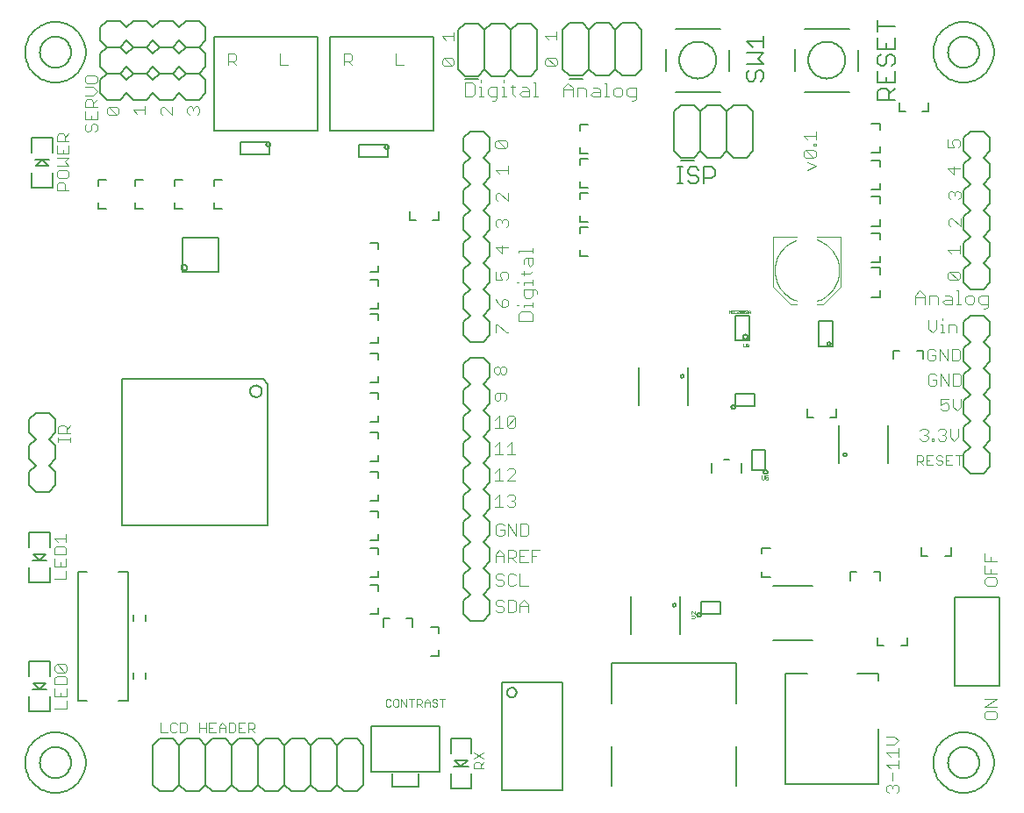
<source format=gto>
G75*
%MOIN*%
%OFA0B0*%
%FSLAX24Y24*%
%IPPOS*%
%LPD*%
%AMOC8*
5,1,8,0,0,1.08239X$1,22.5*
%
%ADD10C,0.0040*%
%ADD11C,0.0060*%
%ADD12C,0.0050*%
%ADD13C,0.0030*%
%ADD14C,0.0080*%
%ADD15C,0.0010*%
D10*
X001786Y004611D02*
X002247Y004611D01*
X002247Y004918D01*
X002247Y005072D02*
X002247Y005379D01*
X002247Y005532D02*
X001786Y005532D01*
X001786Y005762D01*
X001863Y005839D01*
X002170Y005839D01*
X002247Y005762D01*
X002247Y005532D01*
X002016Y005225D02*
X002016Y005072D01*
X001786Y005072D02*
X002247Y005072D01*
X001786Y005072D02*
X001786Y005379D01*
X001863Y005992D02*
X001786Y006069D01*
X001786Y006223D01*
X001863Y006299D01*
X002170Y005992D01*
X002247Y006069D01*
X002247Y006223D01*
X002170Y006299D01*
X001863Y006299D01*
X001863Y005992D02*
X002170Y005992D01*
X002227Y009551D02*
X001766Y009551D01*
X001766Y010012D02*
X002227Y010012D01*
X002227Y010319D01*
X002227Y010472D02*
X002227Y010702D01*
X002150Y010779D01*
X001843Y010779D01*
X001766Y010702D01*
X001766Y010472D01*
X002227Y010472D01*
X001996Y010165D02*
X001996Y010012D01*
X001766Y010012D02*
X001766Y010319D01*
X002227Y009858D02*
X002227Y009551D01*
X002227Y010932D02*
X002227Y011239D01*
X002227Y011086D02*
X001766Y011086D01*
X001920Y010932D01*
X001926Y014761D02*
X001926Y014915D01*
X001926Y014838D02*
X002387Y014838D01*
X002387Y014761D02*
X002387Y014915D01*
X002387Y015068D02*
X001926Y015068D01*
X001926Y015298D01*
X002003Y015375D01*
X002156Y015375D01*
X002233Y015298D01*
X002233Y015068D01*
X002233Y015222D02*
X002387Y015375D01*
X002327Y024321D02*
X001866Y024321D01*
X001866Y024551D01*
X001943Y024628D01*
X002096Y024628D01*
X002173Y024551D01*
X002173Y024321D01*
X002250Y024782D02*
X002327Y024858D01*
X002327Y025012D01*
X002250Y025089D01*
X001943Y025089D01*
X001866Y025012D01*
X001866Y024858D01*
X001943Y024782D01*
X002250Y024782D01*
X002327Y025242D02*
X001866Y025242D01*
X001866Y025549D02*
X002327Y025549D01*
X002173Y025396D01*
X002327Y025242D01*
X002327Y025702D02*
X002327Y026009D01*
X002327Y026163D02*
X001866Y026163D01*
X001866Y026393D01*
X001943Y026470D01*
X002096Y026470D01*
X002173Y026393D01*
X002173Y026163D01*
X002173Y026316D02*
X002327Y026470D01*
X002936Y026618D02*
X002936Y026771D01*
X003013Y026848D01*
X003166Y026771D02*
X003166Y026618D01*
X003090Y026541D01*
X003013Y026541D01*
X002936Y026618D01*
X003166Y026771D02*
X003243Y026848D01*
X003320Y026848D01*
X003397Y026771D01*
X003397Y026618D01*
X003320Y026541D01*
X003397Y027002D02*
X002936Y027002D01*
X002936Y027309D01*
X002936Y027462D02*
X002936Y027692D01*
X003013Y027769D01*
X003166Y027769D01*
X003243Y027692D01*
X003243Y027462D01*
X003243Y027616D02*
X003397Y027769D01*
X003243Y027922D02*
X003397Y028076D01*
X003243Y028229D01*
X002936Y028229D01*
X003013Y028383D02*
X003320Y028383D01*
X003397Y028460D01*
X003397Y028613D01*
X003320Y028690D01*
X003013Y028690D01*
X002936Y028613D01*
X002936Y028460D01*
X003013Y028383D01*
X002936Y027922D02*
X003243Y027922D01*
X003397Y027462D02*
X002936Y027462D01*
X003166Y027155D02*
X003166Y027002D01*
X003397Y027002D02*
X003397Y027309D01*
X003766Y027248D02*
X003766Y027401D01*
X003843Y027478D01*
X004150Y027171D01*
X004227Y027248D01*
X004227Y027401D01*
X004150Y027478D01*
X003843Y027478D01*
X003766Y027248D02*
X003843Y027171D01*
X004150Y027171D01*
X004766Y027374D02*
X004920Y027221D01*
X004766Y027374D02*
X005227Y027374D01*
X005227Y027221D02*
X005227Y027528D01*
X005796Y027411D02*
X005796Y027258D01*
X005873Y027181D01*
X005796Y027411D02*
X005873Y027488D01*
X005950Y027488D01*
X006257Y027181D01*
X006257Y027488D01*
X006826Y027421D02*
X006826Y027268D01*
X006903Y027191D01*
X007056Y027344D02*
X007056Y027421D01*
X007133Y027498D01*
X007210Y027498D01*
X007287Y027421D01*
X007287Y027268D01*
X007210Y027191D01*
X007056Y027421D02*
X006980Y027498D01*
X006903Y027498D01*
X006826Y027421D01*
X008376Y029062D02*
X008376Y029523D01*
X008606Y029523D01*
X008683Y029446D01*
X008683Y029293D01*
X008606Y029216D01*
X008376Y029216D01*
X008530Y029216D02*
X008683Y029062D01*
X010345Y029062D02*
X010652Y029062D01*
X010345Y029062D02*
X010345Y029523D01*
X012776Y029523D02*
X012776Y029062D01*
X012776Y029216D02*
X013006Y029216D01*
X013083Y029293D01*
X013083Y029446D01*
X013006Y029523D01*
X012776Y029523D01*
X012930Y029216D02*
X013083Y029062D01*
X014745Y029062D02*
X015052Y029062D01*
X014745Y029062D02*
X014745Y029523D01*
X016496Y029261D02*
X016496Y029108D01*
X016573Y029031D01*
X016880Y029031D01*
X016573Y029338D01*
X016880Y029338D01*
X016957Y029261D01*
X016957Y029108D01*
X016880Y029031D01*
X016573Y029338D02*
X016496Y029261D01*
X016650Y030021D02*
X016496Y030175D01*
X016957Y030175D01*
X016957Y030328D02*
X016957Y030021D01*
X017387Y028412D02*
X017647Y028412D01*
X017734Y028325D01*
X017734Y027978D01*
X017647Y027891D01*
X017387Y027891D01*
X017387Y028412D01*
X017902Y028238D02*
X017989Y028238D01*
X017989Y027891D01*
X017902Y027891D02*
X018076Y027891D01*
X018246Y027978D02*
X018333Y027891D01*
X018593Y027891D01*
X018593Y027805D02*
X018593Y028238D01*
X018333Y028238D01*
X018246Y028151D01*
X018246Y027978D01*
X018420Y027718D02*
X018506Y027718D01*
X018593Y027805D01*
X018762Y027891D02*
X018935Y027891D01*
X018848Y027891D02*
X018848Y028238D01*
X018762Y028238D01*
X018848Y028412D02*
X018848Y028498D01*
X019105Y028238D02*
X019279Y028238D01*
X019192Y028325D02*
X019192Y027978D01*
X019279Y027891D01*
X019449Y027978D02*
X019536Y028065D01*
X019796Y028065D01*
X019796Y028151D02*
X019796Y027891D01*
X019536Y027891D01*
X019449Y027978D01*
X019536Y028238D02*
X019709Y028238D01*
X019796Y028151D01*
X019965Y027891D02*
X020138Y027891D01*
X020052Y027891D02*
X020052Y028412D01*
X019965Y028412D01*
X020493Y029031D02*
X020416Y029108D01*
X020416Y029261D01*
X020493Y029338D01*
X020800Y029031D01*
X020877Y029108D01*
X020877Y029261D01*
X020800Y029338D01*
X020493Y029338D01*
X020493Y029031D02*
X020800Y029031D01*
X021290Y028392D02*
X021464Y028218D01*
X021464Y027871D01*
X021632Y027871D02*
X021632Y028218D01*
X021893Y028218D01*
X021979Y028131D01*
X021979Y027871D01*
X022148Y027958D02*
X022235Y028045D01*
X022495Y028045D01*
X022495Y028131D02*
X022495Y027871D01*
X022235Y027871D01*
X022148Y027958D01*
X022235Y028218D02*
X022408Y028218D01*
X022495Y028131D01*
X022664Y027871D02*
X022837Y027871D01*
X022750Y027871D02*
X022750Y028392D01*
X022664Y028392D01*
X023007Y028131D02*
X023007Y027958D01*
X023094Y027871D01*
X023268Y027871D01*
X023354Y027958D01*
X023354Y028131D01*
X023268Y028218D01*
X023094Y028218D01*
X023007Y028131D01*
X023523Y028131D02*
X023523Y027958D01*
X023610Y027871D01*
X023870Y027871D01*
X023870Y027785D02*
X023870Y028218D01*
X023610Y028218D01*
X023523Y028131D01*
X023696Y027698D02*
X023783Y027698D01*
X023870Y027785D01*
X021464Y028131D02*
X021117Y028131D01*
X021117Y028218D02*
X021290Y028392D01*
X021117Y028218D02*
X021117Y027871D01*
X018987Y026141D02*
X018987Y025988D01*
X018910Y025911D01*
X018603Y026218D01*
X018910Y026218D01*
X018987Y026141D01*
X018910Y025911D02*
X018603Y025911D01*
X018526Y025988D01*
X018526Y026141D01*
X018603Y026218D01*
X018997Y025238D02*
X018997Y024931D01*
X018997Y025085D02*
X018536Y025085D01*
X018690Y024931D01*
X018690Y024208D02*
X018613Y024208D01*
X018536Y024131D01*
X018536Y023978D01*
X018613Y023901D01*
X018690Y024208D02*
X018997Y023901D01*
X018997Y024208D01*
X018930Y023218D02*
X019007Y023141D01*
X019007Y022988D01*
X018930Y022911D01*
X018776Y023065D02*
X018776Y023141D01*
X018853Y023218D01*
X018930Y023218D01*
X018776Y023141D02*
X018700Y023218D01*
X018623Y023218D01*
X018546Y023141D01*
X018546Y022988D01*
X018623Y022911D01*
X018786Y022228D02*
X018786Y021921D01*
X018556Y022151D01*
X019017Y022151D01*
X019426Y022016D02*
X019947Y022016D01*
X019947Y021929D02*
X019947Y022103D01*
X019947Y021761D02*
X019686Y021761D01*
X019600Y021674D01*
X019600Y021501D01*
X019773Y021501D02*
X019773Y021761D01*
X019947Y021761D02*
X019947Y021501D01*
X019860Y021414D01*
X019773Y021501D01*
X019600Y021244D02*
X019600Y021070D01*
X019513Y021157D02*
X019860Y021157D01*
X019947Y021244D01*
X019947Y020900D02*
X019947Y020726D01*
X019947Y020813D02*
X019600Y020813D01*
X019600Y020726D01*
X019600Y020558D02*
X019600Y020297D01*
X019686Y020211D01*
X019860Y020211D01*
X019947Y020297D01*
X019947Y020558D01*
X020033Y020558D02*
X019600Y020558D01*
X019426Y020813D02*
X019339Y020813D01*
X019017Y020988D02*
X018940Y020911D01*
X019017Y020988D02*
X019017Y021141D01*
X018940Y021218D01*
X018786Y021218D01*
X018710Y021141D01*
X018710Y021065D01*
X018786Y020911D01*
X018556Y020911D01*
X018556Y021218D01*
X018536Y020188D02*
X018613Y020035D01*
X018766Y019881D01*
X018766Y020111D01*
X018843Y020188D01*
X018920Y020188D01*
X018997Y020111D01*
X018997Y019958D01*
X018920Y019881D01*
X018766Y019881D01*
X019339Y019954D02*
X019426Y019954D01*
X019600Y019954D02*
X019947Y019954D01*
X019947Y020040D02*
X019947Y019867D01*
X019860Y019698D02*
X019513Y019698D01*
X019426Y019611D01*
X019426Y019351D01*
X019947Y019351D01*
X019947Y019611D01*
X019860Y019698D01*
X019600Y019867D02*
X019600Y019954D01*
X020120Y020384D02*
X020120Y020471D01*
X020033Y020558D01*
X018623Y019228D02*
X018546Y019228D01*
X018546Y018921D01*
X018623Y019228D02*
X018930Y018921D01*
X019007Y018921D01*
X018870Y017628D02*
X018947Y017551D01*
X018947Y017398D01*
X018870Y017321D01*
X018793Y017321D01*
X018716Y017398D01*
X018716Y017551D01*
X018793Y017628D01*
X018870Y017628D01*
X018716Y017551D02*
X018640Y017628D01*
X018563Y017628D01*
X018486Y017551D01*
X018486Y017398D01*
X018563Y017321D01*
X018640Y017321D01*
X018716Y017398D01*
X018726Y016618D02*
X018726Y016388D01*
X018650Y016311D01*
X018573Y016311D01*
X018496Y016388D01*
X018496Y016541D01*
X018573Y016618D01*
X018880Y016618D01*
X018957Y016541D01*
X018957Y016388D01*
X018880Y016311D01*
X019053Y015742D02*
X018976Y015665D01*
X018976Y015358D01*
X019283Y015665D01*
X019283Y015358D01*
X019206Y015281D01*
X019053Y015281D01*
X018976Y015358D01*
X018823Y015281D02*
X018516Y015281D01*
X018669Y015281D02*
X018669Y015742D01*
X018516Y015588D01*
X019053Y015742D02*
X019206Y015742D01*
X019283Y015665D01*
X019130Y014742D02*
X019130Y014281D01*
X019283Y014281D02*
X018976Y014281D01*
X018823Y014281D02*
X018516Y014281D01*
X018669Y014281D02*
X018669Y014742D01*
X018516Y014588D01*
X018976Y014588D02*
X019130Y014742D01*
X019206Y013742D02*
X019053Y013742D01*
X018976Y013665D01*
X019206Y013742D02*
X019283Y013665D01*
X019283Y013588D01*
X018976Y013281D01*
X019283Y013281D01*
X018823Y013281D02*
X018516Y013281D01*
X018669Y013281D02*
X018669Y013742D01*
X018516Y013588D01*
X018669Y012742D02*
X018669Y012281D01*
X018516Y012281D02*
X018823Y012281D01*
X018976Y012358D02*
X019053Y012281D01*
X019206Y012281D01*
X019283Y012358D01*
X019283Y012435D01*
X019206Y012511D01*
X019130Y012511D01*
X019206Y012511D02*
X019283Y012588D01*
X019283Y012665D01*
X019206Y012742D01*
X019053Y012742D01*
X018976Y012665D01*
X018669Y012742D02*
X018516Y012588D01*
X018632Y011642D02*
X018555Y011565D01*
X018555Y011258D01*
X018632Y011181D01*
X018786Y011181D01*
X018862Y011258D01*
X018862Y011411D01*
X018709Y011411D01*
X018862Y011565D02*
X018786Y011642D01*
X018632Y011642D01*
X019016Y011642D02*
X019323Y011181D01*
X019323Y011642D01*
X019476Y011642D02*
X019476Y011181D01*
X019706Y011181D01*
X019783Y011258D01*
X019783Y011565D01*
X019706Y011642D01*
X019476Y011642D01*
X019016Y011642D02*
X019016Y011181D01*
X018997Y010642D02*
X019227Y010642D01*
X019304Y010565D01*
X019304Y010411D01*
X019227Y010335D01*
X018997Y010335D01*
X019151Y010335D02*
X019304Y010181D01*
X019457Y010181D02*
X019457Y010642D01*
X019764Y010642D01*
X019918Y010642D02*
X020225Y010642D01*
X020071Y010411D02*
X019918Y010411D01*
X019918Y010181D02*
X019918Y010642D01*
X019611Y010411D02*
X019457Y010411D01*
X019457Y010181D02*
X019764Y010181D01*
X019457Y009742D02*
X019457Y009281D01*
X019764Y009281D01*
X019304Y009358D02*
X019227Y009281D01*
X019074Y009281D01*
X018997Y009358D01*
X018997Y009665D01*
X019074Y009742D01*
X019227Y009742D01*
X019304Y009665D01*
X018844Y009665D02*
X018767Y009742D01*
X018613Y009742D01*
X018537Y009665D01*
X018537Y009588D01*
X018613Y009511D01*
X018767Y009511D01*
X018844Y009435D01*
X018844Y009358D01*
X018767Y009281D01*
X018613Y009281D01*
X018537Y009358D01*
X018613Y008742D02*
X018537Y008665D01*
X018537Y008588D01*
X018613Y008511D01*
X018767Y008511D01*
X018844Y008435D01*
X018844Y008358D01*
X018767Y008281D01*
X018613Y008281D01*
X018537Y008358D01*
X018613Y008742D02*
X018767Y008742D01*
X018844Y008665D01*
X018997Y008742D02*
X019227Y008742D01*
X019304Y008665D01*
X019304Y008358D01*
X019227Y008281D01*
X018997Y008281D01*
X018997Y008742D01*
X019457Y008588D02*
X019457Y008281D01*
X019457Y008511D02*
X019764Y008511D01*
X019764Y008588D02*
X019764Y008281D01*
X019764Y008588D02*
X019611Y008742D01*
X019457Y008588D01*
X018997Y010181D02*
X018997Y010642D01*
X018844Y010488D02*
X018844Y010181D01*
X018844Y010411D02*
X018537Y010411D01*
X018537Y010488D02*
X018537Y010181D01*
X018537Y010488D02*
X018690Y010642D01*
X018844Y010488D01*
X029087Y020661D02*
X029756Y019992D01*
X029993Y019992D01*
X030741Y019992D02*
X030977Y019992D01*
X031646Y020661D01*
X031646Y022551D01*
X030741Y022551D01*
X029993Y022551D02*
X029087Y022551D01*
X029087Y020661D01*
X030741Y020110D02*
X030805Y020132D01*
X030868Y020159D01*
X030930Y020189D01*
X030989Y020222D01*
X031047Y020258D01*
X031103Y020298D01*
X031156Y020341D01*
X031207Y020386D01*
X031255Y020434D01*
X031300Y020485D01*
X031343Y020539D01*
X031382Y020595D01*
X031419Y020652D01*
X031452Y020712D01*
X031481Y020774D01*
X031507Y020837D01*
X031530Y020901D01*
X031549Y020967D01*
X031564Y021034D01*
X031575Y021101D01*
X031583Y021169D01*
X031587Y021237D01*
X031587Y021305D01*
X031583Y021373D01*
X031575Y021441D01*
X031564Y021508D01*
X031549Y021575D01*
X031530Y021641D01*
X031507Y021705D01*
X031481Y021768D01*
X031452Y021830D01*
X031419Y021890D01*
X031382Y021947D01*
X031343Y022003D01*
X031300Y022057D01*
X031255Y022108D01*
X031207Y022156D01*
X031156Y022201D01*
X031103Y022244D01*
X031047Y022284D01*
X030989Y022320D01*
X030930Y022353D01*
X030868Y022383D01*
X030805Y022410D01*
X030741Y022432D01*
X029993Y022432D02*
X029929Y022410D01*
X029866Y022383D01*
X029804Y022353D01*
X029745Y022320D01*
X029687Y022284D01*
X029631Y022244D01*
X029578Y022201D01*
X029527Y022156D01*
X029479Y022108D01*
X029434Y022057D01*
X029391Y022003D01*
X029352Y021947D01*
X029315Y021890D01*
X029282Y021830D01*
X029253Y021768D01*
X029227Y021705D01*
X029204Y021641D01*
X029185Y021575D01*
X029170Y021508D01*
X029159Y021441D01*
X029151Y021373D01*
X029147Y021305D01*
X029147Y021237D01*
X029151Y021169D01*
X029159Y021101D01*
X029170Y021034D01*
X029185Y020967D01*
X029204Y020901D01*
X029227Y020837D01*
X029253Y020774D01*
X029282Y020712D01*
X029315Y020652D01*
X029352Y020595D01*
X029391Y020539D01*
X029434Y020485D01*
X029479Y020434D01*
X029527Y020386D01*
X029578Y020341D01*
X029631Y020298D01*
X029687Y020258D01*
X029745Y020222D01*
X029804Y020189D01*
X029866Y020159D01*
X029929Y020132D01*
X029993Y020110D01*
X034485Y019981D02*
X034485Y020328D01*
X034658Y020502D01*
X034832Y020328D01*
X034832Y019981D01*
X035000Y019981D02*
X035000Y020328D01*
X035261Y020328D01*
X035347Y020241D01*
X035347Y019981D01*
X035516Y020068D02*
X035603Y019981D01*
X035863Y019981D01*
X035863Y020241D01*
X035776Y020328D01*
X035603Y020328D01*
X035603Y020155D02*
X035863Y020155D01*
X036032Y019981D02*
X036205Y019981D01*
X036118Y019981D02*
X036118Y020502D01*
X036032Y020502D01*
X036100Y020901D02*
X035793Y020901D01*
X035716Y020978D01*
X035716Y021131D01*
X035793Y021208D01*
X036100Y020901D01*
X036177Y020978D01*
X036177Y021131D01*
X036100Y021208D01*
X035793Y021208D01*
X035860Y021901D02*
X035706Y022055D01*
X036167Y022055D01*
X036167Y022208D02*
X036167Y021901D01*
X036197Y022951D02*
X035890Y023258D01*
X035813Y023258D01*
X035736Y023181D01*
X035736Y023028D01*
X035813Y022951D01*
X036197Y022951D02*
X036197Y023258D01*
X036120Y023971D02*
X036197Y024048D01*
X036197Y024201D01*
X036120Y024278D01*
X036043Y024278D01*
X035966Y024201D01*
X035966Y024125D01*
X035966Y024201D02*
X035890Y024278D01*
X035813Y024278D01*
X035736Y024201D01*
X035736Y024048D01*
X035813Y023971D01*
X035936Y024911D02*
X035936Y025218D01*
X035706Y025141D02*
X035936Y024911D01*
X036167Y025141D02*
X035706Y025141D01*
X035726Y025951D02*
X035956Y025951D01*
X035880Y026105D01*
X035880Y026181D01*
X035956Y026258D01*
X036110Y026258D01*
X036187Y026181D01*
X036187Y026028D01*
X036110Y025951D01*
X035726Y025951D02*
X035726Y026258D01*
X030697Y026232D02*
X030697Y026539D01*
X030697Y026386D02*
X030236Y026386D01*
X030390Y026232D01*
X030620Y026079D02*
X030620Y026002D01*
X030697Y026002D01*
X030697Y026079D01*
X030620Y026079D01*
X030620Y025849D02*
X030313Y025849D01*
X030620Y025542D01*
X030697Y025618D01*
X030697Y025772D01*
X030620Y025849D01*
X030313Y025849D02*
X030236Y025772D01*
X030236Y025618D01*
X030313Y025542D01*
X030620Y025542D01*
X030390Y025388D02*
X030697Y025235D01*
X030390Y025081D01*
X034485Y020241D02*
X034832Y020241D01*
X035516Y020068D02*
X035603Y020155D01*
X035516Y019438D02*
X035516Y019362D01*
X035516Y019208D02*
X035516Y018901D01*
X035439Y018901D02*
X035593Y018901D01*
X035746Y018901D02*
X035746Y019208D01*
X035976Y019208D01*
X036053Y019131D01*
X036053Y018901D01*
X035516Y019208D02*
X035439Y019208D01*
X035286Y019055D02*
X035132Y018901D01*
X034979Y019055D01*
X034979Y019362D01*
X035286Y019362D02*
X035286Y019055D01*
X035177Y018292D02*
X035023Y018292D01*
X034947Y018215D01*
X034947Y017908D01*
X035023Y017831D01*
X035177Y017831D01*
X035254Y017908D01*
X035254Y018061D01*
X035100Y018061D01*
X035254Y018215D02*
X035177Y018292D01*
X035407Y018292D02*
X035714Y017831D01*
X035714Y018292D01*
X035867Y018292D02*
X035867Y017831D01*
X036098Y017831D01*
X036174Y017908D01*
X036174Y018215D01*
X036098Y018292D01*
X035867Y018292D01*
X035407Y018292D02*
X035407Y017831D01*
X035437Y017342D02*
X035744Y016881D01*
X035744Y017342D01*
X035897Y017342D02*
X036128Y017342D01*
X036204Y017265D01*
X036204Y016958D01*
X036128Y016881D01*
X035897Y016881D01*
X035897Y017342D01*
X035437Y017342D02*
X035437Y016881D01*
X035284Y016958D02*
X035284Y017111D01*
X035130Y017111D01*
X034977Y016958D02*
X035053Y016881D01*
X035207Y016881D01*
X035284Y016958D01*
X035284Y017265D02*
X035207Y017342D01*
X035053Y017342D01*
X034977Y017265D01*
X034977Y016958D01*
X035447Y016392D02*
X035447Y016161D01*
X035600Y016238D01*
X035677Y016238D01*
X035754Y016161D01*
X035754Y016008D01*
X035677Y015931D01*
X035523Y015931D01*
X035447Y016008D01*
X035447Y016392D02*
X035754Y016392D01*
X035907Y016392D02*
X035907Y016085D01*
X036061Y015931D01*
X036214Y016085D01*
X036214Y016392D01*
X036113Y015252D02*
X036113Y014945D01*
X035960Y014791D01*
X035806Y014945D01*
X035806Y015252D01*
X035653Y015175D02*
X035653Y015098D01*
X035576Y015021D01*
X035653Y014945D01*
X035653Y014868D01*
X035576Y014791D01*
X035423Y014791D01*
X035346Y014868D01*
X035192Y014868D02*
X035192Y014791D01*
X035116Y014791D01*
X035116Y014868D01*
X035192Y014868D01*
X034962Y014868D02*
X034885Y014791D01*
X034732Y014791D01*
X034655Y014868D01*
X034809Y015021D02*
X034885Y015021D01*
X034962Y014945D01*
X034962Y014868D01*
X034885Y015021D02*
X034962Y015098D01*
X034962Y015175D01*
X034885Y015252D01*
X034732Y015252D01*
X034655Y015175D01*
X035346Y015175D02*
X035423Y015252D01*
X035576Y015252D01*
X035653Y015175D01*
X035576Y015021D02*
X035499Y015021D01*
X037126Y010518D02*
X037126Y010211D01*
X037587Y010211D01*
X037356Y010211D02*
X037356Y010364D01*
X037126Y010057D02*
X037126Y009750D01*
X037587Y009750D01*
X037510Y009597D02*
X037203Y009597D01*
X037126Y009520D01*
X037126Y009367D01*
X037203Y009290D01*
X037510Y009290D01*
X037587Y009367D01*
X037587Y009520D01*
X037510Y009597D01*
X037356Y009750D02*
X037356Y009904D01*
X037577Y004979D02*
X037116Y004979D01*
X037116Y004672D02*
X037577Y004979D01*
X037577Y004672D02*
X037116Y004672D01*
X037193Y004518D02*
X037116Y004441D01*
X037116Y004288D01*
X037193Y004211D01*
X037500Y004211D01*
X037577Y004288D01*
X037577Y004441D01*
X037500Y004518D01*
X037193Y004518D01*
X033847Y003406D02*
X033693Y003560D01*
X033386Y003560D01*
X033386Y003253D02*
X033693Y003253D01*
X033847Y003406D01*
X033847Y003099D02*
X033847Y002792D01*
X033847Y002639D02*
X033847Y002332D01*
X033847Y002486D02*
X033386Y002486D01*
X033540Y002332D01*
X033616Y002179D02*
X033616Y001872D01*
X033540Y001718D02*
X033616Y001641D01*
X033693Y001718D01*
X033770Y001718D01*
X033847Y001641D01*
X033847Y001488D01*
X033770Y001411D01*
X033616Y001565D02*
X033616Y001641D01*
X033540Y001718D02*
X033463Y001718D01*
X033386Y001641D01*
X033386Y001488D01*
X033463Y001411D01*
X033540Y002792D02*
X033386Y002946D01*
X033847Y002946D01*
X037065Y019808D02*
X037151Y019808D01*
X037238Y019895D01*
X037238Y020328D01*
X036978Y020328D01*
X036891Y020241D01*
X036891Y020068D01*
X036978Y019981D01*
X037238Y019981D01*
X036722Y020068D02*
X036636Y019981D01*
X036462Y019981D01*
X036375Y020068D01*
X036375Y020241D01*
X036462Y020328D01*
X036636Y020328D01*
X036722Y020241D01*
X036722Y020068D01*
X020857Y030031D02*
X020857Y030338D01*
X020857Y030185D02*
X020396Y030185D01*
X020550Y030031D01*
X017989Y028498D02*
X017989Y028412D01*
X019426Y022016D02*
X019426Y021929D01*
X002327Y025702D02*
X001866Y025702D01*
X001866Y026009D01*
X002096Y025856D02*
X002096Y025702D01*
D11*
X000667Y029561D02*
X000669Y029628D01*
X000675Y029696D01*
X000685Y029763D01*
X000699Y029829D01*
X000716Y029894D01*
X000738Y029958D01*
X000763Y030021D01*
X000792Y030082D01*
X000824Y030141D01*
X000860Y030198D01*
X000899Y030253D01*
X000941Y030306D01*
X000986Y030356D01*
X001034Y030403D01*
X001085Y030448D01*
X001138Y030489D01*
X001194Y030528D01*
X001252Y030563D01*
X001312Y030594D01*
X001373Y030622D01*
X001436Y030646D01*
X001500Y030667D01*
X001566Y030683D01*
X001632Y030696D01*
X001699Y030705D01*
X001766Y030710D01*
X001834Y030711D01*
X001901Y030708D01*
X001968Y030701D01*
X002035Y030690D01*
X002101Y030675D01*
X002166Y030657D01*
X002230Y030634D01*
X002292Y030608D01*
X002353Y030579D01*
X002411Y030545D01*
X002468Y030509D01*
X002523Y030469D01*
X002575Y030426D01*
X002624Y030380D01*
X002671Y030331D01*
X002715Y030280D01*
X002755Y030226D01*
X002793Y030170D01*
X002827Y030111D01*
X002857Y030051D01*
X002884Y029989D01*
X002908Y029926D01*
X002927Y029861D01*
X002943Y029796D01*
X002955Y029729D01*
X002963Y029662D01*
X002967Y029595D01*
X002967Y029527D01*
X002963Y029460D01*
X002955Y029393D01*
X002943Y029326D01*
X002927Y029261D01*
X002908Y029196D01*
X002884Y029133D01*
X002857Y029071D01*
X002827Y029011D01*
X002793Y028952D01*
X002755Y028896D01*
X002715Y028842D01*
X002671Y028791D01*
X002624Y028742D01*
X002575Y028696D01*
X002523Y028653D01*
X002468Y028613D01*
X002411Y028577D01*
X002353Y028543D01*
X002292Y028514D01*
X002230Y028488D01*
X002166Y028465D01*
X002101Y028447D01*
X002035Y028432D01*
X001968Y028421D01*
X001901Y028414D01*
X001834Y028411D01*
X001766Y028412D01*
X001699Y028417D01*
X001632Y028426D01*
X001566Y028439D01*
X001500Y028455D01*
X001436Y028476D01*
X001373Y028500D01*
X001312Y028528D01*
X001252Y028559D01*
X001194Y028594D01*
X001138Y028633D01*
X001085Y028674D01*
X001034Y028719D01*
X000986Y028766D01*
X000941Y028816D01*
X000899Y028869D01*
X000860Y028924D01*
X000824Y028981D01*
X000792Y029040D01*
X000763Y029101D01*
X000738Y029164D01*
X000716Y029228D01*
X000699Y029293D01*
X000685Y029359D01*
X000675Y029426D01*
X000669Y029494D01*
X000667Y029561D01*
X004347Y017131D02*
X009717Y017131D01*
X009887Y016961D01*
X009887Y011591D01*
X004347Y011591D01*
X004347Y017131D01*
X009212Y016676D02*
X009214Y016705D01*
X009220Y016734D01*
X009229Y016762D01*
X009243Y016788D01*
X009259Y016812D01*
X009279Y016834D01*
X009302Y016853D01*
X009326Y016869D01*
X009353Y016881D01*
X009381Y016890D01*
X009410Y016895D01*
X009439Y016896D01*
X009469Y016893D01*
X009497Y016886D01*
X009525Y016876D01*
X009550Y016861D01*
X009574Y016844D01*
X009595Y016824D01*
X009613Y016801D01*
X009628Y016775D01*
X009640Y016748D01*
X009648Y016720D01*
X009652Y016691D01*
X009652Y016661D01*
X009648Y016632D01*
X009640Y016604D01*
X009628Y016577D01*
X009613Y016551D01*
X009595Y016528D01*
X009574Y016508D01*
X009550Y016491D01*
X009525Y016476D01*
X009497Y016466D01*
X009469Y016459D01*
X009439Y016456D01*
X009410Y016457D01*
X009381Y016462D01*
X009353Y016471D01*
X009326Y016483D01*
X009302Y016499D01*
X009279Y016518D01*
X009259Y016540D01*
X009243Y016564D01*
X009229Y016590D01*
X009220Y016618D01*
X009214Y016647D01*
X009212Y016676D01*
X005253Y008179D02*
X005253Y007943D01*
X004780Y007943D02*
X004780Y008179D01*
X004780Y005979D02*
X004780Y005743D01*
X005253Y005743D02*
X005253Y005979D01*
X005771Y003475D02*
X005521Y003225D01*
X005521Y001725D01*
X005771Y001475D01*
X006271Y001475D01*
X006521Y001725D01*
X006521Y003225D01*
X006771Y003475D01*
X007271Y003475D01*
X007521Y003225D01*
X007521Y001725D01*
X007271Y001475D01*
X006771Y001475D01*
X006521Y001725D01*
X007521Y001725D02*
X007771Y001475D01*
X008271Y001475D01*
X008521Y001725D01*
X008521Y003225D01*
X008271Y003475D01*
X007771Y003475D01*
X007521Y003225D01*
X006521Y003225D02*
X006271Y003475D01*
X005771Y003475D01*
X008521Y003225D02*
X008771Y003475D01*
X009271Y003475D01*
X009521Y003225D01*
X009521Y001725D01*
X009271Y001475D01*
X008771Y001475D01*
X008521Y001725D01*
X009521Y001725D02*
X009771Y001475D01*
X010271Y001475D01*
X010521Y001725D01*
X010521Y003225D01*
X010271Y003475D01*
X009771Y003475D01*
X009521Y003225D01*
X010521Y003225D02*
X010771Y003475D01*
X011271Y003475D01*
X011521Y003225D01*
X011521Y001725D01*
X011271Y001475D01*
X010771Y001475D01*
X010521Y001725D01*
X011521Y001725D02*
X011771Y001475D01*
X012271Y001475D01*
X012521Y001725D01*
X012521Y003225D01*
X012271Y003475D01*
X011771Y003475D01*
X011521Y003225D01*
X012521Y003225D02*
X012771Y003475D01*
X013271Y003475D01*
X013521Y003225D01*
X013521Y001725D01*
X013271Y001475D01*
X012771Y001475D01*
X012521Y001725D01*
X018765Y001514D02*
X018765Y005609D01*
X021068Y005609D01*
X021068Y001514D01*
X018765Y001514D01*
X018968Y005225D02*
X018970Y005251D01*
X018976Y005277D01*
X018985Y005302D01*
X018998Y005325D01*
X019014Y005346D01*
X019033Y005364D01*
X019055Y005380D01*
X019078Y005392D01*
X019103Y005400D01*
X019129Y005405D01*
X019156Y005406D01*
X019182Y005403D01*
X019207Y005396D01*
X019232Y005386D01*
X019254Y005372D01*
X019275Y005355D01*
X019292Y005336D01*
X019307Y005314D01*
X019318Y005290D01*
X019326Y005264D01*
X019330Y005238D01*
X019330Y005212D01*
X019326Y005186D01*
X019318Y005160D01*
X019307Y005136D01*
X019292Y005114D01*
X019275Y005095D01*
X019254Y005078D01*
X019232Y005064D01*
X019207Y005054D01*
X019182Y005047D01*
X019156Y005044D01*
X019129Y005045D01*
X019103Y005050D01*
X019078Y005058D01*
X019055Y005070D01*
X019033Y005086D01*
X019014Y005104D01*
X018998Y005125D01*
X018985Y005148D01*
X018976Y005173D01*
X018970Y005199D01*
X018968Y005225D01*
X023687Y007451D02*
X023687Y008871D01*
X025547Y008871D02*
X025547Y007451D01*
X028657Y009601D02*
X028657Y009821D01*
X028657Y009601D02*
X028977Y009601D01*
X028657Y010501D02*
X028657Y010721D01*
X028977Y010721D01*
X032027Y009811D02*
X032027Y009491D01*
X032027Y009811D02*
X032247Y009811D01*
X032927Y009811D02*
X033147Y009811D01*
X033147Y009491D01*
X034717Y010421D02*
X034717Y010741D01*
X034717Y010421D02*
X034937Y010421D01*
X035617Y010421D02*
X035837Y010421D01*
X035837Y010741D01*
X034177Y007321D02*
X034177Y007001D01*
X033957Y007001D01*
X033277Y007001D02*
X033057Y007001D01*
X033057Y007321D01*
X035167Y002561D02*
X035169Y002628D01*
X035175Y002696D01*
X035185Y002763D01*
X035199Y002829D01*
X035216Y002894D01*
X035238Y002958D01*
X035263Y003021D01*
X035292Y003082D01*
X035324Y003141D01*
X035360Y003198D01*
X035399Y003253D01*
X035441Y003306D01*
X035486Y003356D01*
X035534Y003403D01*
X035585Y003448D01*
X035638Y003489D01*
X035694Y003528D01*
X035752Y003563D01*
X035812Y003594D01*
X035873Y003622D01*
X035936Y003646D01*
X036000Y003667D01*
X036066Y003683D01*
X036132Y003696D01*
X036199Y003705D01*
X036266Y003710D01*
X036334Y003711D01*
X036401Y003708D01*
X036468Y003701D01*
X036535Y003690D01*
X036601Y003675D01*
X036666Y003657D01*
X036730Y003634D01*
X036792Y003608D01*
X036853Y003579D01*
X036911Y003545D01*
X036968Y003509D01*
X037023Y003469D01*
X037075Y003426D01*
X037124Y003380D01*
X037171Y003331D01*
X037215Y003280D01*
X037255Y003226D01*
X037293Y003170D01*
X037327Y003111D01*
X037357Y003051D01*
X037384Y002989D01*
X037408Y002926D01*
X037427Y002861D01*
X037443Y002796D01*
X037455Y002729D01*
X037463Y002662D01*
X037467Y002595D01*
X037467Y002527D01*
X037463Y002460D01*
X037455Y002393D01*
X037443Y002326D01*
X037427Y002261D01*
X037408Y002196D01*
X037384Y002133D01*
X037357Y002071D01*
X037327Y002011D01*
X037293Y001952D01*
X037255Y001896D01*
X037215Y001842D01*
X037171Y001791D01*
X037124Y001742D01*
X037075Y001696D01*
X037023Y001653D01*
X036968Y001613D01*
X036911Y001577D01*
X036853Y001543D01*
X036792Y001514D01*
X036730Y001488D01*
X036666Y001465D01*
X036601Y001447D01*
X036535Y001432D01*
X036468Y001421D01*
X036401Y001414D01*
X036334Y001411D01*
X036266Y001412D01*
X036199Y001417D01*
X036132Y001426D01*
X036066Y001439D01*
X036000Y001455D01*
X035936Y001476D01*
X035873Y001500D01*
X035812Y001528D01*
X035752Y001559D01*
X035694Y001594D01*
X035638Y001633D01*
X035585Y001674D01*
X035534Y001719D01*
X035486Y001766D01*
X035441Y001816D01*
X035399Y001869D01*
X035360Y001924D01*
X035324Y001981D01*
X035292Y002040D01*
X035263Y002101D01*
X035238Y002164D01*
X035216Y002228D01*
X035199Y002293D01*
X035185Y002359D01*
X035175Y002426D01*
X035169Y002494D01*
X035167Y002561D01*
X033447Y013951D02*
X033447Y015371D01*
X031587Y015371D02*
X031587Y013951D01*
X033657Y017901D02*
X033657Y018221D01*
X033877Y018221D01*
X034557Y018221D02*
X034777Y018221D01*
X034777Y017901D01*
X025847Y017571D02*
X025847Y016151D01*
X023987Y016151D02*
X023987Y017571D01*
X033056Y027761D02*
X033056Y028082D01*
X033163Y028188D01*
X033376Y028188D01*
X033483Y028082D01*
X033483Y027761D01*
X033697Y027761D02*
X033056Y027761D01*
X033483Y027975D02*
X033697Y028188D01*
X033697Y028406D02*
X033697Y028833D01*
X033590Y029050D02*
X033697Y029157D01*
X033697Y029371D01*
X033590Y029477D01*
X033483Y029477D01*
X033376Y029371D01*
X033376Y029157D01*
X033270Y029050D01*
X033163Y029050D01*
X033056Y029157D01*
X033056Y029371D01*
X033163Y029477D01*
X033056Y029695D02*
X033697Y029695D01*
X033697Y030122D01*
X033376Y029908D02*
X033376Y029695D01*
X033056Y029695D02*
X033056Y030122D01*
X033056Y030339D02*
X033056Y030766D01*
X033056Y030553D02*
X033697Y030553D01*
X033056Y028833D02*
X033056Y028406D01*
X033697Y028406D01*
X033376Y028406D02*
X033376Y028619D01*
X035167Y029561D02*
X035169Y029628D01*
X035175Y029696D01*
X035185Y029763D01*
X035199Y029829D01*
X035216Y029894D01*
X035238Y029958D01*
X035263Y030021D01*
X035292Y030082D01*
X035324Y030141D01*
X035360Y030198D01*
X035399Y030253D01*
X035441Y030306D01*
X035486Y030356D01*
X035534Y030403D01*
X035585Y030448D01*
X035638Y030489D01*
X035694Y030528D01*
X035752Y030563D01*
X035812Y030594D01*
X035873Y030622D01*
X035936Y030646D01*
X036000Y030667D01*
X036066Y030683D01*
X036132Y030696D01*
X036199Y030705D01*
X036266Y030710D01*
X036334Y030711D01*
X036401Y030708D01*
X036468Y030701D01*
X036535Y030690D01*
X036601Y030675D01*
X036666Y030657D01*
X036730Y030634D01*
X036792Y030608D01*
X036853Y030579D01*
X036911Y030545D01*
X036968Y030509D01*
X037023Y030469D01*
X037075Y030426D01*
X037124Y030380D01*
X037171Y030331D01*
X037215Y030280D01*
X037255Y030226D01*
X037293Y030170D01*
X037327Y030111D01*
X037357Y030051D01*
X037384Y029989D01*
X037408Y029926D01*
X037427Y029861D01*
X037443Y029796D01*
X037455Y029729D01*
X037463Y029662D01*
X037467Y029595D01*
X037467Y029527D01*
X037463Y029460D01*
X037455Y029393D01*
X037443Y029326D01*
X037427Y029261D01*
X037408Y029196D01*
X037384Y029133D01*
X037357Y029071D01*
X037327Y029011D01*
X037293Y028952D01*
X037255Y028896D01*
X037215Y028842D01*
X037171Y028791D01*
X037124Y028742D01*
X037075Y028696D01*
X037023Y028653D01*
X036968Y028613D01*
X036911Y028577D01*
X036853Y028543D01*
X036792Y028514D01*
X036730Y028488D01*
X036666Y028465D01*
X036601Y028447D01*
X036535Y028432D01*
X036468Y028421D01*
X036401Y028414D01*
X036334Y028411D01*
X036266Y028412D01*
X036199Y028417D01*
X036132Y028426D01*
X036066Y028439D01*
X036000Y028455D01*
X035936Y028476D01*
X035873Y028500D01*
X035812Y028528D01*
X035752Y028559D01*
X035694Y028594D01*
X035638Y028633D01*
X035585Y028674D01*
X035534Y028719D01*
X035486Y028766D01*
X035441Y028816D01*
X035399Y028869D01*
X035360Y028924D01*
X035324Y028981D01*
X035292Y029040D01*
X035263Y029101D01*
X035238Y029164D01*
X035216Y029228D01*
X035199Y029293D01*
X035185Y029359D01*
X035175Y029426D01*
X035169Y029494D01*
X035167Y029561D01*
X028727Y029533D02*
X028513Y029319D01*
X028727Y029106D01*
X028086Y029106D01*
X028193Y028888D02*
X028086Y028782D01*
X028086Y028568D01*
X028193Y028461D01*
X028300Y028461D01*
X028406Y028568D01*
X028406Y028782D01*
X028513Y028888D01*
X028620Y028888D01*
X028727Y028782D01*
X028727Y028568D01*
X028620Y028461D01*
X028727Y029533D02*
X028086Y029533D01*
X028300Y029750D02*
X028086Y029964D01*
X028727Y029964D01*
X028727Y030177D02*
X028727Y029750D01*
X000667Y002561D02*
X000669Y002628D01*
X000675Y002696D01*
X000685Y002763D01*
X000699Y002829D01*
X000716Y002894D01*
X000738Y002958D01*
X000763Y003021D01*
X000792Y003082D01*
X000824Y003141D01*
X000860Y003198D01*
X000899Y003253D01*
X000941Y003306D01*
X000986Y003356D01*
X001034Y003403D01*
X001085Y003448D01*
X001138Y003489D01*
X001194Y003528D01*
X001252Y003563D01*
X001312Y003594D01*
X001373Y003622D01*
X001436Y003646D01*
X001500Y003667D01*
X001566Y003683D01*
X001632Y003696D01*
X001699Y003705D01*
X001766Y003710D01*
X001834Y003711D01*
X001901Y003708D01*
X001968Y003701D01*
X002035Y003690D01*
X002101Y003675D01*
X002166Y003657D01*
X002230Y003634D01*
X002292Y003608D01*
X002353Y003579D01*
X002411Y003545D01*
X002468Y003509D01*
X002523Y003469D01*
X002575Y003426D01*
X002624Y003380D01*
X002671Y003331D01*
X002715Y003280D01*
X002755Y003226D01*
X002793Y003170D01*
X002827Y003111D01*
X002857Y003051D01*
X002884Y002989D01*
X002908Y002926D01*
X002927Y002861D01*
X002943Y002796D01*
X002955Y002729D01*
X002963Y002662D01*
X002967Y002595D01*
X002967Y002527D01*
X002963Y002460D01*
X002955Y002393D01*
X002943Y002326D01*
X002927Y002261D01*
X002908Y002196D01*
X002884Y002133D01*
X002857Y002071D01*
X002827Y002011D01*
X002793Y001952D01*
X002755Y001896D01*
X002715Y001842D01*
X002671Y001791D01*
X002624Y001742D01*
X002575Y001696D01*
X002523Y001653D01*
X002468Y001613D01*
X002411Y001577D01*
X002353Y001543D01*
X002292Y001514D01*
X002230Y001488D01*
X002166Y001465D01*
X002101Y001447D01*
X002035Y001432D01*
X001968Y001421D01*
X001901Y001414D01*
X001834Y001411D01*
X001766Y001412D01*
X001699Y001417D01*
X001632Y001426D01*
X001566Y001439D01*
X001500Y001455D01*
X001436Y001476D01*
X001373Y001500D01*
X001312Y001528D01*
X001252Y001559D01*
X001194Y001594D01*
X001138Y001633D01*
X001085Y001674D01*
X001034Y001719D01*
X000986Y001766D01*
X000941Y001816D01*
X000899Y001869D01*
X000860Y001924D01*
X000824Y001981D01*
X000792Y002040D01*
X000763Y002101D01*
X000738Y002164D01*
X000716Y002228D01*
X000699Y002293D01*
X000685Y002359D01*
X000675Y002426D01*
X000669Y002494D01*
X000667Y002561D01*
D12*
X002672Y004920D02*
X003026Y004920D01*
X002672Y004920D02*
X002672Y009802D01*
X003026Y009802D01*
X004207Y009802D02*
X004562Y009802D01*
X004562Y004920D01*
X004207Y004920D01*
X013817Y003961D02*
X013817Y002201D01*
X016417Y002201D01*
X016417Y003961D01*
X013817Y003961D01*
X014617Y002161D02*
X014617Y001661D01*
X015617Y001661D01*
X015617Y002161D01*
X026187Y008182D02*
X026189Y008199D01*
X026195Y008215D01*
X026204Y008229D01*
X026216Y008241D01*
X026231Y008249D01*
X026247Y008254D01*
X026264Y008255D01*
X026281Y008252D01*
X026296Y008245D01*
X026310Y008235D01*
X026321Y008222D01*
X026329Y008207D01*
X026333Y008190D01*
X026333Y008174D01*
X026329Y008157D01*
X026321Y008142D01*
X026310Y008129D01*
X026297Y008119D01*
X026281Y008112D01*
X026264Y008109D01*
X026247Y008110D01*
X026231Y008115D01*
X026216Y008123D01*
X026204Y008135D01*
X026195Y008149D01*
X026189Y008165D01*
X026187Y008182D01*
X026351Y008209D02*
X027091Y008209D01*
X027091Y008690D01*
X026351Y008690D01*
X026351Y008213D01*
X028723Y013605D02*
X028725Y013622D01*
X028731Y013638D01*
X028740Y013652D01*
X028752Y013664D01*
X028767Y013672D01*
X028783Y013677D01*
X028800Y013678D01*
X028817Y013675D01*
X028832Y013668D01*
X028846Y013658D01*
X028857Y013645D01*
X028865Y013630D01*
X028869Y013613D01*
X028869Y013597D01*
X028865Y013580D01*
X028857Y013565D01*
X028846Y013552D01*
X028833Y013542D01*
X028817Y013535D01*
X028800Y013532D01*
X028783Y013533D01*
X028767Y013538D01*
X028752Y013546D01*
X028740Y013558D01*
X028731Y013572D01*
X028725Y013588D01*
X028723Y013605D01*
X028765Y013695D02*
X028288Y013695D01*
X028288Y014435D01*
X028769Y014435D01*
X028769Y013695D01*
X028391Y016109D02*
X027651Y016109D01*
X027651Y016113D02*
X027651Y016590D01*
X028391Y016590D01*
X028391Y016109D01*
X027487Y016082D02*
X027489Y016099D01*
X027495Y016115D01*
X027504Y016129D01*
X027516Y016141D01*
X027531Y016149D01*
X027547Y016154D01*
X027564Y016155D01*
X027581Y016152D01*
X027596Y016145D01*
X027610Y016135D01*
X027621Y016122D01*
X027629Y016107D01*
X027633Y016090D01*
X027633Y016074D01*
X027629Y016057D01*
X027621Y016042D01*
X027610Y016029D01*
X027597Y016019D01*
X027581Y016012D01*
X027564Y016009D01*
X027547Y016010D01*
X027531Y016015D01*
X027516Y016023D01*
X027504Y016035D01*
X027495Y016049D01*
X027489Y016065D01*
X027487Y016082D01*
X027646Y018615D02*
X027650Y018615D01*
X027654Y018615D01*
X028162Y018615D01*
X028162Y019544D01*
X027646Y019544D01*
X027646Y018615D01*
X027937Y018745D02*
X027939Y018763D01*
X027945Y018780D01*
X027954Y018796D01*
X027966Y018810D01*
X027980Y018820D01*
X027997Y018828D01*
X028015Y018832D01*
X028033Y018832D01*
X028051Y018828D01*
X028067Y018820D01*
X028082Y018810D01*
X028094Y018796D01*
X028103Y018780D01*
X028109Y018763D01*
X028111Y018745D01*
X028109Y018727D01*
X028103Y018710D01*
X028094Y018694D01*
X028082Y018680D01*
X028068Y018670D01*
X028051Y018662D01*
X028033Y018658D01*
X028015Y018658D01*
X027997Y018662D01*
X027981Y018670D01*
X027966Y018680D01*
X027954Y018694D01*
X027945Y018710D01*
X027939Y018727D01*
X027937Y018745D01*
X030809Y018365D02*
X031344Y018365D01*
X031344Y019330D01*
X030809Y019330D01*
X030809Y018365D01*
X031143Y018479D02*
X031145Y018494D01*
X031150Y018507D01*
X031159Y018519D01*
X031170Y018529D01*
X031184Y018535D01*
X031198Y018538D01*
X031213Y018537D01*
X031227Y018532D01*
X031240Y018524D01*
X031250Y018514D01*
X031257Y018501D01*
X031261Y018486D01*
X031261Y018472D01*
X031257Y018457D01*
X031250Y018444D01*
X031240Y018434D01*
X031227Y018426D01*
X031213Y018421D01*
X031198Y018420D01*
X031184Y018423D01*
X031170Y018429D01*
X031159Y018439D01*
X031150Y018451D01*
X031145Y018464D01*
X031143Y018479D01*
X026455Y024586D02*
X026455Y025197D01*
X026760Y025197D01*
X026862Y025095D01*
X026862Y024892D01*
X026760Y024790D01*
X026455Y024790D01*
X026254Y024790D02*
X026254Y024688D01*
X026152Y024586D01*
X025949Y024586D01*
X025847Y024688D01*
X025645Y024586D02*
X025442Y024586D01*
X025543Y024586D02*
X025543Y025197D01*
X025442Y025197D02*
X025645Y025197D01*
X025847Y025095D02*
X025847Y024993D01*
X025949Y024892D01*
X026152Y024892D01*
X026254Y024790D01*
X026254Y025095D02*
X026152Y025197D01*
X025949Y025197D01*
X025847Y025095D01*
X016169Y026590D02*
X012232Y026590D01*
X012232Y030133D01*
X016169Y030133D01*
X016169Y026590D01*
X014453Y026053D02*
X014453Y025577D01*
X013358Y025577D01*
X013358Y026053D01*
X014453Y026053D01*
X014324Y025959D02*
X014326Y025976D01*
X014332Y025993D01*
X014341Y026008D01*
X014353Y026020D01*
X014368Y026029D01*
X014385Y026035D01*
X014402Y026037D01*
X014419Y026035D01*
X014436Y026029D01*
X014451Y026020D01*
X014463Y026008D01*
X014472Y025993D01*
X014478Y025976D01*
X014480Y025959D01*
X014478Y025942D01*
X014472Y025925D01*
X014463Y025910D01*
X014451Y025898D01*
X014436Y025889D01*
X014419Y025883D01*
X014402Y025881D01*
X014385Y025883D01*
X014368Y025889D01*
X014353Y025898D01*
X014341Y025910D01*
X014332Y025925D01*
X014326Y025942D01*
X014324Y025959D01*
X011769Y026590D02*
X007832Y026590D01*
X007832Y030133D01*
X011769Y030133D01*
X011769Y026590D01*
X009953Y026153D02*
X009953Y025677D01*
X008858Y025677D01*
X008858Y026153D01*
X009953Y026153D01*
X009824Y026059D02*
X009826Y026076D01*
X009832Y026093D01*
X009841Y026108D01*
X009853Y026120D01*
X009868Y026129D01*
X009885Y026135D01*
X009902Y026137D01*
X009919Y026135D01*
X009936Y026129D01*
X009951Y026120D01*
X009963Y026108D01*
X009972Y026093D01*
X009978Y026076D01*
X009980Y026059D01*
X009978Y026042D01*
X009972Y026025D01*
X009963Y026010D01*
X009951Y025998D01*
X009936Y025989D01*
X009919Y025983D01*
X009902Y025981D01*
X009885Y025983D01*
X009868Y025989D01*
X009853Y025998D01*
X009841Y026010D01*
X009832Y026025D01*
X009826Y026042D01*
X009824Y026059D01*
X007994Y022519D02*
X006643Y022519D01*
X006643Y021196D01*
X007994Y021196D01*
X007994Y022519D01*
X006597Y021373D02*
X006599Y021394D01*
X006605Y021414D01*
X006614Y021432D01*
X006627Y021448D01*
X006643Y021462D01*
X006661Y021472D01*
X006680Y021479D01*
X006701Y021482D01*
X006722Y021481D01*
X006742Y021476D01*
X006760Y021467D01*
X006777Y021455D01*
X006792Y021440D01*
X006803Y021423D01*
X006811Y021404D01*
X006815Y021383D01*
X006815Y021363D01*
X006811Y021342D01*
X006803Y021323D01*
X006792Y021306D01*
X006777Y021291D01*
X006761Y021279D01*
X006742Y021270D01*
X006722Y021265D01*
X006701Y021264D01*
X006680Y021267D01*
X006661Y021274D01*
X006643Y021284D01*
X006627Y021298D01*
X006614Y021314D01*
X006605Y021332D01*
X006599Y021352D01*
X006597Y021373D01*
X035970Y008854D02*
X035970Y005468D01*
X037663Y005468D01*
X037663Y008854D01*
X035970Y008854D01*
D13*
X035883Y013876D02*
X035637Y013876D01*
X035637Y014247D01*
X035883Y014247D01*
X036005Y014247D02*
X036252Y014247D01*
X036128Y014247D02*
X036128Y013876D01*
X035760Y014061D02*
X035637Y014061D01*
X035515Y014000D02*
X035515Y013938D01*
X035453Y013876D01*
X035330Y013876D01*
X035268Y013938D01*
X035147Y013876D02*
X034900Y013876D01*
X034900Y014247D01*
X035147Y014247D01*
X035268Y014185D02*
X035268Y014123D01*
X035330Y014061D01*
X035453Y014061D01*
X035515Y014000D01*
X035515Y014185D02*
X035453Y014247D01*
X035330Y014247D01*
X035268Y014185D01*
X035023Y014061D02*
X034900Y014061D01*
X034779Y014061D02*
X034717Y014000D01*
X034532Y014000D01*
X034655Y014000D02*
X034779Y013876D01*
X034779Y014061D02*
X034779Y014185D01*
X034717Y014247D01*
X034532Y014247D01*
X034532Y013876D01*
X018092Y002951D02*
X017721Y002705D01*
X017783Y002583D02*
X017907Y002583D01*
X017968Y002521D01*
X017968Y002336D01*
X018092Y002336D02*
X017721Y002336D01*
X017721Y002521D01*
X017783Y002583D01*
X017968Y002460D02*
X018092Y002583D01*
X018092Y002705D02*
X017721Y002951D01*
X016521Y004686D02*
X016521Y004977D01*
X016424Y004977D02*
X016618Y004977D01*
X016323Y004928D02*
X016275Y004977D01*
X016178Y004977D01*
X016130Y004928D01*
X016130Y004880D01*
X016178Y004831D01*
X016275Y004831D01*
X016323Y004783D01*
X016323Y004735D01*
X016275Y004686D01*
X016178Y004686D01*
X016130Y004735D01*
X016028Y004686D02*
X016028Y004880D01*
X015932Y004977D01*
X015835Y004880D01*
X015835Y004686D01*
X015734Y004686D02*
X015637Y004783D01*
X015685Y004783D02*
X015540Y004783D01*
X015540Y004686D02*
X015540Y004977D01*
X015685Y004977D01*
X015734Y004928D01*
X015734Y004831D01*
X015685Y004783D01*
X015835Y004831D02*
X016028Y004831D01*
X015439Y004977D02*
X015246Y004977D01*
X015342Y004977D02*
X015342Y004686D01*
X015144Y004686D02*
X015144Y004977D01*
X014951Y004977D02*
X015144Y004686D01*
X014951Y004686D02*
X014951Y004977D01*
X014850Y004928D02*
X014801Y004977D01*
X014705Y004977D01*
X014656Y004928D01*
X014656Y004735D01*
X014705Y004686D01*
X014801Y004686D01*
X014850Y004735D01*
X014850Y004928D01*
X014555Y004928D02*
X014507Y004977D01*
X014410Y004977D01*
X014362Y004928D01*
X014362Y004735D01*
X014410Y004686D01*
X014507Y004686D01*
X014555Y004735D01*
X009380Y004015D02*
X009380Y003891D01*
X009319Y003830D01*
X009133Y003830D01*
X009133Y003706D02*
X009133Y004077D01*
X009319Y004077D01*
X009380Y004015D01*
X009257Y003830D02*
X009380Y003706D01*
X009012Y003706D02*
X008765Y003706D01*
X008765Y004077D01*
X009012Y004077D01*
X008888Y003891D02*
X008765Y003891D01*
X008644Y003768D02*
X008644Y004015D01*
X008582Y004077D01*
X008397Y004077D01*
X008397Y003706D01*
X008582Y003706D01*
X008644Y003768D01*
X008275Y003706D02*
X008275Y003953D01*
X008152Y004077D01*
X008028Y003953D01*
X008028Y003706D01*
X007907Y003706D02*
X007660Y003706D01*
X007660Y004077D01*
X007907Y004077D01*
X008028Y003891D02*
X008275Y003891D01*
X007784Y003891D02*
X007660Y003891D01*
X007539Y003891D02*
X007292Y003891D01*
X007292Y003706D02*
X007292Y004077D01*
X007539Y004077D02*
X007539Y003706D01*
X006802Y003768D02*
X006802Y004015D01*
X006740Y004077D01*
X006555Y004077D01*
X006555Y003706D01*
X006740Y003706D01*
X006802Y003768D01*
X006434Y003768D02*
X006372Y003706D01*
X006249Y003706D01*
X006187Y003768D01*
X006187Y004015D01*
X006249Y004077D01*
X006372Y004077D01*
X006434Y004015D01*
X006065Y003706D02*
X005819Y003706D01*
X005819Y004077D01*
D14*
X001226Y002561D02*
X001228Y002609D01*
X001234Y002657D01*
X001244Y002704D01*
X001257Y002750D01*
X001275Y002795D01*
X001295Y002839D01*
X001320Y002881D01*
X001348Y002920D01*
X001378Y002957D01*
X001412Y002991D01*
X001449Y003023D01*
X001487Y003052D01*
X001528Y003077D01*
X001571Y003099D01*
X001616Y003117D01*
X001662Y003131D01*
X001709Y003142D01*
X001757Y003149D01*
X001805Y003152D01*
X001853Y003151D01*
X001901Y003146D01*
X001949Y003137D01*
X001995Y003125D01*
X002040Y003108D01*
X002084Y003088D01*
X002126Y003065D01*
X002166Y003038D01*
X002204Y003008D01*
X002239Y002975D01*
X002271Y002939D01*
X002301Y002901D01*
X002327Y002860D01*
X002349Y002817D01*
X002369Y002773D01*
X002384Y002728D01*
X002396Y002681D01*
X002404Y002633D01*
X002408Y002585D01*
X002408Y002537D01*
X002404Y002489D01*
X002396Y002441D01*
X002384Y002394D01*
X002369Y002349D01*
X002349Y002305D01*
X002327Y002262D01*
X002301Y002221D01*
X002271Y002183D01*
X002239Y002147D01*
X002204Y002114D01*
X002166Y002084D01*
X002126Y002057D01*
X002084Y002034D01*
X002040Y002014D01*
X001995Y001997D01*
X001949Y001985D01*
X001901Y001976D01*
X001853Y001971D01*
X001805Y001970D01*
X001757Y001973D01*
X001709Y001980D01*
X001662Y001991D01*
X001616Y002005D01*
X001571Y002023D01*
X001528Y002045D01*
X001487Y002070D01*
X001449Y002099D01*
X001412Y002131D01*
X001378Y002165D01*
X001348Y002202D01*
X001320Y002241D01*
X001295Y002283D01*
X001275Y002327D01*
X001257Y002372D01*
X001244Y002418D01*
X001234Y002465D01*
X001228Y002513D01*
X001226Y002561D01*
X001610Y004516D02*
X000823Y004516D01*
X000823Y005068D01*
X000941Y005343D02*
X001217Y005343D01*
X000980Y005579D01*
X001453Y005579D01*
X001217Y005343D01*
X001492Y005343D01*
X001610Y005068D02*
X001610Y004516D01*
X001610Y005855D02*
X001610Y006406D01*
X000823Y006406D01*
X000823Y005855D01*
X000823Y009416D02*
X000823Y009968D01*
X000941Y010243D02*
X001217Y010243D01*
X000980Y010479D01*
X001453Y010479D01*
X001217Y010243D01*
X001492Y010243D01*
X001610Y009968D02*
X001610Y009416D01*
X000823Y009416D01*
X000823Y010755D02*
X000823Y011306D01*
X001610Y011306D01*
X001610Y010755D01*
X001567Y012861D02*
X001067Y012861D01*
X000817Y013111D01*
X000817Y013611D01*
X001067Y013861D01*
X000817Y014111D01*
X000817Y014611D01*
X001067Y014861D01*
X000817Y015111D01*
X000817Y015611D01*
X001067Y015861D01*
X001567Y015861D01*
X001817Y015611D01*
X001817Y015111D01*
X001567Y014861D01*
X001817Y014611D01*
X001817Y014111D01*
X001567Y013861D01*
X001817Y013611D01*
X001817Y013111D01*
X001567Y012861D01*
X013777Y012510D02*
X014092Y012510D01*
X014092Y012746D01*
X014092Y013376D02*
X014092Y013612D01*
X013777Y013612D01*
X013777Y014010D02*
X014092Y014010D01*
X014092Y014246D01*
X014092Y014876D02*
X014092Y015112D01*
X013777Y015112D01*
X013777Y015510D02*
X014092Y015510D01*
X014092Y015746D01*
X014092Y016376D02*
X014092Y016612D01*
X013777Y016612D01*
X013777Y017010D02*
X014092Y017010D01*
X014092Y017246D01*
X014092Y017876D02*
X014092Y018112D01*
X013777Y018112D01*
X013777Y018510D02*
X014092Y018510D01*
X014092Y018746D01*
X014092Y019376D02*
X014092Y019612D01*
X013777Y019612D01*
X013777Y019810D02*
X014092Y019810D01*
X014092Y020046D01*
X014092Y020676D02*
X014092Y020912D01*
X013777Y020912D01*
X013777Y021210D02*
X014092Y021210D01*
X014092Y021446D01*
X014092Y022076D02*
X014092Y022312D01*
X013777Y022312D01*
X015265Y023186D02*
X015265Y023501D01*
X015265Y023186D02*
X015502Y023186D01*
X016132Y023186D02*
X016368Y023186D01*
X016368Y023501D01*
X017317Y023311D02*
X017317Y022811D01*
X017567Y022561D01*
X017317Y022311D01*
X017317Y021811D01*
X017567Y021561D01*
X017317Y021311D01*
X017317Y020811D01*
X017567Y020561D01*
X017317Y020311D01*
X017317Y019811D01*
X017567Y019561D01*
X017317Y019311D01*
X017317Y018811D01*
X017567Y018561D01*
X018067Y018561D01*
X018317Y018811D01*
X018317Y019311D01*
X018067Y019561D01*
X018317Y019811D01*
X018317Y020311D01*
X018067Y020561D01*
X018317Y020811D01*
X018317Y021311D01*
X018067Y021561D01*
X018317Y021811D01*
X018317Y022311D01*
X018067Y022561D01*
X018317Y022811D01*
X018317Y023311D01*
X018067Y023561D01*
X018317Y023811D01*
X018317Y024311D01*
X018067Y024561D01*
X018317Y024811D01*
X018317Y025311D01*
X018067Y025561D01*
X018317Y025811D01*
X018317Y026311D01*
X018067Y026561D01*
X017567Y026561D01*
X017317Y026311D01*
X017317Y025811D01*
X017567Y025561D01*
X017317Y025311D01*
X017317Y024811D01*
X017567Y024561D01*
X017317Y024311D01*
X017317Y023811D01*
X017567Y023561D01*
X017317Y023311D01*
X021741Y023346D02*
X021741Y023110D01*
X022056Y023110D01*
X022056Y022912D02*
X021741Y022912D01*
X021741Y022676D01*
X021741Y022046D02*
X021741Y021810D01*
X022056Y021810D01*
X021741Y023976D02*
X021741Y024212D01*
X022056Y024212D01*
X022056Y024410D02*
X021741Y024410D01*
X021741Y024646D01*
X021741Y025276D02*
X021741Y025512D01*
X022056Y025512D01*
X022056Y025710D02*
X021741Y025710D01*
X021741Y025946D01*
X021741Y026576D02*
X021741Y026812D01*
X022056Y026812D01*
X021837Y028539D02*
X021337Y028539D01*
X021337Y028671D02*
X021837Y028671D01*
X022087Y028921D01*
X022087Y030421D01*
X022337Y030671D01*
X022837Y030671D01*
X023087Y030421D01*
X023087Y028921D01*
X023337Y028671D01*
X023837Y028671D01*
X024087Y028921D01*
X024087Y030421D01*
X023837Y030671D01*
X023337Y030671D01*
X023087Y030421D01*
X022087Y030421D02*
X021837Y030671D01*
X021337Y030671D01*
X021087Y030421D01*
X021087Y028921D01*
X021337Y028671D01*
X022087Y028921D02*
X022337Y028671D01*
X022837Y028671D01*
X023087Y028921D01*
X025017Y028861D02*
X025017Y029666D01*
X025367Y030461D02*
X027067Y030461D01*
X027417Y029654D02*
X027417Y028861D01*
X027067Y028061D02*
X025367Y028061D01*
X025567Y027561D02*
X025317Y027311D01*
X025317Y025811D01*
X025567Y025561D01*
X026067Y025561D01*
X026317Y025811D01*
X026317Y027311D01*
X026567Y027561D01*
X027067Y027561D01*
X027317Y027311D01*
X027317Y025811D01*
X027567Y025561D01*
X028067Y025561D01*
X028317Y025811D01*
X028317Y027311D01*
X028067Y027561D01*
X027567Y027561D01*
X027317Y027311D01*
X026317Y027311D02*
X026067Y027561D01*
X025567Y027561D01*
X026317Y025811D02*
X026567Y025561D01*
X027067Y025561D01*
X027317Y025811D01*
X026067Y025429D02*
X025567Y025429D01*
X029917Y028861D02*
X029917Y029666D01*
X030267Y030461D02*
X031967Y030461D01*
X032317Y029654D02*
X032317Y028861D01*
X031967Y028061D02*
X030267Y028061D01*
X030417Y029261D02*
X030419Y029313D01*
X030425Y029365D01*
X030435Y029417D01*
X030448Y029467D01*
X030465Y029517D01*
X030486Y029565D01*
X030511Y029611D01*
X030539Y029655D01*
X030570Y029697D01*
X030604Y029737D01*
X030641Y029774D01*
X030681Y029808D01*
X030723Y029839D01*
X030767Y029867D01*
X030813Y029892D01*
X030861Y029913D01*
X030911Y029930D01*
X030961Y029943D01*
X031013Y029953D01*
X031065Y029959D01*
X031117Y029961D01*
X031169Y029959D01*
X031221Y029953D01*
X031273Y029943D01*
X031323Y029930D01*
X031373Y029913D01*
X031421Y029892D01*
X031467Y029867D01*
X031511Y029839D01*
X031553Y029808D01*
X031593Y029774D01*
X031630Y029737D01*
X031664Y029697D01*
X031695Y029655D01*
X031723Y029611D01*
X031748Y029565D01*
X031769Y029517D01*
X031786Y029467D01*
X031799Y029417D01*
X031809Y029365D01*
X031815Y029313D01*
X031817Y029261D01*
X031815Y029209D01*
X031809Y029157D01*
X031799Y029105D01*
X031786Y029055D01*
X031769Y029005D01*
X031748Y028957D01*
X031723Y028911D01*
X031695Y028867D01*
X031664Y028825D01*
X031630Y028785D01*
X031593Y028748D01*
X031553Y028714D01*
X031511Y028683D01*
X031467Y028655D01*
X031421Y028630D01*
X031373Y028609D01*
X031323Y028592D01*
X031273Y028579D01*
X031221Y028569D01*
X031169Y028563D01*
X031117Y028561D01*
X031065Y028563D01*
X031013Y028569D01*
X030961Y028579D01*
X030911Y028592D01*
X030861Y028609D01*
X030813Y028630D01*
X030767Y028655D01*
X030723Y028683D01*
X030681Y028714D01*
X030641Y028748D01*
X030604Y028785D01*
X030570Y028825D01*
X030539Y028867D01*
X030511Y028911D01*
X030486Y028957D01*
X030465Y029005D01*
X030448Y029055D01*
X030435Y029105D01*
X030425Y029157D01*
X030419Y029209D01*
X030417Y029261D01*
X032827Y026852D02*
X033142Y026852D01*
X033142Y026616D01*
X033142Y025986D02*
X033142Y025750D01*
X032827Y025750D01*
X032827Y025452D02*
X033142Y025452D01*
X033142Y025216D01*
X033142Y024586D02*
X033142Y024350D01*
X032827Y024350D01*
X032817Y024062D02*
X033132Y024062D01*
X033132Y023826D01*
X033132Y023196D02*
X033132Y022960D01*
X032817Y022960D01*
X032827Y022692D02*
X033142Y022692D01*
X033142Y022456D01*
X033142Y021826D02*
X033142Y021590D01*
X032827Y021590D01*
X032817Y021362D02*
X033132Y021362D01*
X033132Y021126D01*
X033132Y020496D02*
X033132Y020260D01*
X032817Y020260D01*
X036317Y020811D02*
X036567Y020561D01*
X037067Y020561D01*
X037317Y020811D01*
X037317Y021311D01*
X037067Y021561D01*
X037317Y021811D01*
X037317Y022311D01*
X037067Y022561D01*
X037317Y022811D01*
X037317Y023311D01*
X037067Y023561D01*
X037317Y023811D01*
X037317Y024311D01*
X037067Y024561D01*
X037317Y024811D01*
X037317Y025311D01*
X037067Y025561D01*
X037317Y025811D01*
X037317Y026311D01*
X037067Y026561D01*
X036567Y026561D01*
X036317Y026311D01*
X036317Y025811D01*
X036567Y025561D01*
X036317Y025311D01*
X036317Y024811D01*
X036567Y024561D01*
X036317Y024311D01*
X036317Y023811D01*
X036567Y023561D01*
X036317Y023311D01*
X036317Y022811D01*
X036567Y022561D01*
X036317Y022311D01*
X036317Y021811D01*
X036567Y021561D01*
X036317Y021311D01*
X036317Y020811D01*
X036567Y019561D02*
X037067Y019561D01*
X037317Y019311D01*
X037317Y018811D01*
X037067Y018561D01*
X037317Y018311D01*
X037317Y017811D01*
X037067Y017561D01*
X037317Y017311D01*
X037317Y016811D01*
X037067Y016561D01*
X037317Y016311D01*
X037317Y015811D01*
X037067Y015561D01*
X037317Y015311D01*
X037317Y014811D01*
X037067Y014561D01*
X037317Y014311D01*
X037317Y013811D01*
X037067Y013561D01*
X036567Y013561D01*
X036317Y013811D01*
X036317Y014311D01*
X036567Y014561D01*
X036317Y014811D01*
X036317Y015311D01*
X036567Y015561D01*
X036317Y015811D01*
X036317Y016311D01*
X036567Y016561D01*
X036317Y016811D01*
X036317Y017311D01*
X036567Y017561D01*
X036317Y017811D01*
X036317Y018311D01*
X036567Y018561D01*
X036317Y018811D01*
X036317Y019311D01*
X036567Y019561D01*
X031468Y016001D02*
X031468Y015686D01*
X031232Y015686D01*
X030602Y015686D02*
X030365Y015686D01*
X030365Y016001D01*
X031750Y014271D02*
X031752Y014286D01*
X031758Y014299D01*
X031767Y014311D01*
X031778Y014320D01*
X031792Y014326D01*
X031807Y014328D01*
X031822Y014326D01*
X031835Y014320D01*
X031847Y014311D01*
X031856Y014300D01*
X031862Y014286D01*
X031864Y014271D01*
X031862Y014256D01*
X031856Y014243D01*
X031847Y014231D01*
X031836Y014222D01*
X031822Y014216D01*
X031807Y014214D01*
X031792Y014216D01*
X031779Y014222D01*
X031767Y014231D01*
X031758Y014242D01*
X031752Y014256D01*
X031750Y014271D01*
X027877Y013930D02*
X027877Y013592D01*
X027422Y014080D02*
X027211Y014080D01*
X026757Y013930D02*
X026757Y013592D01*
X025570Y017251D02*
X025572Y017266D01*
X025578Y017279D01*
X025587Y017291D01*
X025598Y017300D01*
X025612Y017306D01*
X025627Y017308D01*
X025642Y017306D01*
X025655Y017300D01*
X025667Y017291D01*
X025676Y017280D01*
X025682Y017266D01*
X025684Y017251D01*
X025682Y017236D01*
X025676Y017223D01*
X025667Y017211D01*
X025656Y017202D01*
X025642Y017196D01*
X025627Y017194D01*
X025612Y017196D01*
X025599Y017202D01*
X025587Y017211D01*
X025578Y017222D01*
X025572Y017236D01*
X025570Y017251D01*
X018317Y017211D02*
X018067Y016961D01*
X018317Y016711D01*
X018317Y016211D01*
X018067Y015961D01*
X018317Y015711D01*
X018317Y015211D01*
X018067Y014961D01*
X018317Y014711D01*
X018317Y014211D01*
X018067Y013961D01*
X018317Y013711D01*
X018317Y013211D01*
X018067Y012961D01*
X018317Y012711D01*
X018317Y012211D01*
X018067Y011961D01*
X018317Y011711D01*
X018317Y011211D01*
X018067Y010961D01*
X018317Y010711D01*
X018317Y010211D01*
X018067Y009961D01*
X018317Y009711D01*
X018317Y009211D01*
X018067Y008961D01*
X018317Y008711D01*
X018317Y008211D01*
X018067Y007961D01*
X017567Y007961D01*
X017317Y008211D01*
X017317Y008711D01*
X017567Y008961D01*
X017317Y009211D01*
X017317Y009711D01*
X017567Y009961D01*
X017317Y010211D01*
X017317Y010711D01*
X017567Y010961D01*
X017317Y011211D01*
X017317Y011711D01*
X017567Y011961D01*
X017317Y012211D01*
X017317Y012711D01*
X017567Y012961D01*
X017317Y013211D01*
X017317Y013711D01*
X017567Y013961D01*
X017317Y014211D01*
X017317Y014711D01*
X017567Y014961D01*
X017317Y015211D01*
X017317Y015711D01*
X017567Y015961D01*
X017317Y016211D01*
X017317Y016711D01*
X017567Y016961D01*
X017317Y017211D01*
X017317Y017711D01*
X017567Y017961D01*
X018067Y017961D01*
X018317Y017711D01*
X018317Y017211D01*
X014092Y012112D02*
X013777Y012112D01*
X014092Y012112D02*
X014092Y011876D01*
X014092Y011246D02*
X014092Y011010D01*
X013777Y011010D01*
X013777Y010712D02*
X014092Y010712D01*
X014092Y010476D01*
X014092Y009846D02*
X014092Y009610D01*
X013777Y009610D01*
X013777Y009312D02*
X014092Y009312D01*
X014092Y009076D01*
X014092Y008446D02*
X014092Y008210D01*
X013777Y008210D01*
X014265Y008037D02*
X014265Y007722D01*
X014265Y008037D02*
X014502Y008037D01*
X015132Y008037D02*
X015368Y008037D01*
X015368Y007722D01*
X016077Y007712D02*
X016392Y007712D01*
X016392Y007476D01*
X016392Y006846D02*
X016392Y006610D01*
X016077Y006610D01*
X016833Y003476D02*
X016833Y002925D01*
X016990Y002649D02*
X017227Y002413D01*
X017463Y002649D01*
X016990Y002649D01*
X016951Y002413D02*
X017227Y002413D01*
X017502Y002413D01*
X017620Y002138D02*
X017620Y001586D01*
X016833Y001586D01*
X016833Y002138D01*
X017620Y002925D02*
X017620Y003476D01*
X016833Y003476D01*
X022954Y003171D02*
X022954Y001675D01*
X022954Y004825D02*
X022954Y006360D01*
X027679Y006360D01*
X027679Y004825D01*
X029545Y005955D02*
X030372Y005955D01*
X029545Y005955D02*
X029545Y001742D01*
X033088Y001742D01*
X033088Y003829D01*
X033088Y005679D02*
X033088Y005955D01*
X032262Y005955D01*
X030565Y007228D02*
X029069Y007228D01*
X029069Y009295D02*
X030565Y009295D01*
X025270Y008551D02*
X025272Y008566D01*
X025278Y008579D01*
X025287Y008591D01*
X025298Y008600D01*
X025312Y008606D01*
X025327Y008608D01*
X025342Y008606D01*
X025355Y008600D01*
X025367Y008591D01*
X025376Y008580D01*
X025382Y008566D01*
X025384Y008551D01*
X025382Y008536D01*
X025376Y008523D01*
X025367Y008511D01*
X025356Y008502D01*
X025342Y008496D01*
X025327Y008494D01*
X025312Y008496D01*
X025299Y008502D01*
X025287Y008511D01*
X025278Y008522D01*
X025272Y008536D01*
X025270Y008551D01*
X027679Y003171D02*
X027679Y001675D01*
X035726Y002561D02*
X035728Y002609D01*
X035734Y002657D01*
X035744Y002704D01*
X035757Y002750D01*
X035775Y002795D01*
X035795Y002839D01*
X035820Y002881D01*
X035848Y002920D01*
X035878Y002957D01*
X035912Y002991D01*
X035949Y003023D01*
X035987Y003052D01*
X036028Y003077D01*
X036071Y003099D01*
X036116Y003117D01*
X036162Y003131D01*
X036209Y003142D01*
X036257Y003149D01*
X036305Y003152D01*
X036353Y003151D01*
X036401Y003146D01*
X036449Y003137D01*
X036495Y003125D01*
X036540Y003108D01*
X036584Y003088D01*
X036626Y003065D01*
X036666Y003038D01*
X036704Y003008D01*
X036739Y002975D01*
X036771Y002939D01*
X036801Y002901D01*
X036827Y002860D01*
X036849Y002817D01*
X036869Y002773D01*
X036884Y002728D01*
X036896Y002681D01*
X036904Y002633D01*
X036908Y002585D01*
X036908Y002537D01*
X036904Y002489D01*
X036896Y002441D01*
X036884Y002394D01*
X036869Y002349D01*
X036849Y002305D01*
X036827Y002262D01*
X036801Y002221D01*
X036771Y002183D01*
X036739Y002147D01*
X036704Y002114D01*
X036666Y002084D01*
X036626Y002057D01*
X036584Y002034D01*
X036540Y002014D01*
X036495Y001997D01*
X036449Y001985D01*
X036401Y001976D01*
X036353Y001971D01*
X036305Y001970D01*
X036257Y001973D01*
X036209Y001980D01*
X036162Y001991D01*
X036116Y002005D01*
X036071Y002023D01*
X036028Y002045D01*
X035987Y002070D01*
X035949Y002099D01*
X035912Y002131D01*
X035878Y002165D01*
X035848Y002202D01*
X035820Y002241D01*
X035795Y002283D01*
X035775Y002327D01*
X035757Y002372D01*
X035744Y002418D01*
X035734Y002465D01*
X035728Y002513D01*
X035726Y002561D01*
X008156Y023610D02*
X007841Y023610D01*
X007841Y023846D01*
X007841Y024476D02*
X007841Y024712D01*
X008156Y024712D01*
X006656Y024712D02*
X006341Y024712D01*
X006341Y024476D01*
X006341Y023846D02*
X006341Y023610D01*
X006656Y023610D01*
X005156Y023610D02*
X004841Y023610D01*
X004841Y023846D01*
X004841Y024476D02*
X004841Y024712D01*
X005156Y024712D01*
X003756Y024712D02*
X003441Y024712D01*
X003441Y024476D01*
X003441Y023846D02*
X003441Y023610D01*
X003756Y023610D01*
X001700Y024416D02*
X001700Y024968D01*
X001543Y025243D02*
X001307Y025479D01*
X001070Y025243D01*
X001543Y025243D01*
X001582Y025479D02*
X001307Y025479D01*
X001031Y025479D01*
X000913Y025755D02*
X000913Y026306D01*
X001700Y026306D01*
X001700Y025755D01*
X000913Y024968D02*
X000913Y024416D01*
X001700Y024416D01*
X003767Y027761D02*
X004267Y027761D01*
X004517Y028011D01*
X004767Y027761D01*
X005267Y027761D01*
X005517Y028011D01*
X005767Y027761D01*
X006267Y027761D01*
X006517Y028011D01*
X006767Y027761D01*
X007267Y027761D01*
X007517Y028011D01*
X007517Y028511D01*
X007267Y028761D01*
X006767Y028761D01*
X006517Y029011D01*
X006267Y028761D01*
X005767Y028761D01*
X005517Y029011D01*
X005267Y028761D01*
X004767Y028761D01*
X004517Y029011D01*
X004267Y028761D01*
X003767Y028761D01*
X003517Y029011D01*
X003517Y029511D01*
X003767Y029761D01*
X004267Y029761D01*
X004517Y030011D01*
X004767Y029761D01*
X005267Y029761D01*
X005517Y030011D01*
X005767Y029761D01*
X006267Y029761D01*
X006517Y030011D01*
X006767Y029761D01*
X007267Y029761D01*
X007517Y030011D01*
X007517Y030511D01*
X007267Y030761D01*
X006767Y030761D01*
X006517Y030511D01*
X006267Y030761D01*
X005767Y030761D01*
X005517Y030511D01*
X005267Y030761D01*
X004767Y030761D01*
X004517Y030511D01*
X004267Y030761D01*
X003767Y030761D01*
X003517Y030511D01*
X003517Y030011D01*
X003767Y029761D01*
X004267Y029761D01*
X004517Y029511D01*
X004767Y029761D01*
X005267Y029761D01*
X005517Y029511D01*
X005767Y029761D01*
X006267Y029761D01*
X006517Y029511D01*
X006767Y029761D01*
X007267Y029761D01*
X007517Y029511D01*
X007517Y029011D01*
X007267Y028761D01*
X006767Y028761D01*
X006517Y028511D01*
X006267Y028761D01*
X005767Y028761D01*
X005517Y028511D01*
X005267Y028761D01*
X004767Y028761D01*
X004517Y028511D01*
X004267Y028761D01*
X003767Y028761D01*
X003517Y028511D01*
X003517Y028011D01*
X003767Y027761D01*
X001226Y029561D02*
X001228Y029609D01*
X001234Y029657D01*
X001244Y029704D01*
X001257Y029750D01*
X001275Y029795D01*
X001295Y029839D01*
X001320Y029881D01*
X001348Y029920D01*
X001378Y029957D01*
X001412Y029991D01*
X001449Y030023D01*
X001487Y030052D01*
X001528Y030077D01*
X001571Y030099D01*
X001616Y030117D01*
X001662Y030131D01*
X001709Y030142D01*
X001757Y030149D01*
X001805Y030152D01*
X001853Y030151D01*
X001901Y030146D01*
X001949Y030137D01*
X001995Y030125D01*
X002040Y030108D01*
X002084Y030088D01*
X002126Y030065D01*
X002166Y030038D01*
X002204Y030008D01*
X002239Y029975D01*
X002271Y029939D01*
X002301Y029901D01*
X002327Y029860D01*
X002349Y029817D01*
X002369Y029773D01*
X002384Y029728D01*
X002396Y029681D01*
X002404Y029633D01*
X002408Y029585D01*
X002408Y029537D01*
X002404Y029489D01*
X002396Y029441D01*
X002384Y029394D01*
X002369Y029349D01*
X002349Y029305D01*
X002327Y029262D01*
X002301Y029221D01*
X002271Y029183D01*
X002239Y029147D01*
X002204Y029114D01*
X002166Y029084D01*
X002126Y029057D01*
X002084Y029034D01*
X002040Y029014D01*
X001995Y028997D01*
X001949Y028985D01*
X001901Y028976D01*
X001853Y028971D01*
X001805Y028970D01*
X001757Y028973D01*
X001709Y028980D01*
X001662Y028991D01*
X001616Y029005D01*
X001571Y029023D01*
X001528Y029045D01*
X001487Y029070D01*
X001449Y029099D01*
X001412Y029131D01*
X001378Y029165D01*
X001348Y029202D01*
X001320Y029241D01*
X001295Y029283D01*
X001275Y029327D01*
X001257Y029372D01*
X001244Y029418D01*
X001234Y029465D01*
X001228Y029513D01*
X001226Y029561D01*
X017117Y028911D02*
X017367Y028661D01*
X017867Y028661D01*
X018117Y028911D01*
X018117Y030411D01*
X018367Y030661D01*
X018867Y030661D01*
X019117Y030411D01*
X019117Y028911D01*
X019367Y028661D01*
X019867Y028661D01*
X020117Y028911D01*
X020117Y030411D01*
X019867Y030661D01*
X019367Y030661D01*
X019117Y030411D01*
X018117Y030411D02*
X017867Y030661D01*
X017367Y030661D01*
X017117Y030411D01*
X017117Y028911D01*
X017367Y028529D02*
X017867Y028529D01*
X018117Y028911D02*
X018367Y028661D01*
X018867Y028661D01*
X019117Y028911D01*
X025517Y029261D02*
X025519Y029313D01*
X025525Y029365D01*
X025535Y029417D01*
X025548Y029467D01*
X025565Y029517D01*
X025586Y029565D01*
X025611Y029611D01*
X025639Y029655D01*
X025670Y029697D01*
X025704Y029737D01*
X025741Y029774D01*
X025781Y029808D01*
X025823Y029839D01*
X025867Y029867D01*
X025913Y029892D01*
X025961Y029913D01*
X026011Y029930D01*
X026061Y029943D01*
X026113Y029953D01*
X026165Y029959D01*
X026217Y029961D01*
X026269Y029959D01*
X026321Y029953D01*
X026373Y029943D01*
X026423Y029930D01*
X026473Y029913D01*
X026521Y029892D01*
X026567Y029867D01*
X026611Y029839D01*
X026653Y029808D01*
X026693Y029774D01*
X026730Y029737D01*
X026764Y029697D01*
X026795Y029655D01*
X026823Y029611D01*
X026848Y029565D01*
X026869Y029517D01*
X026886Y029467D01*
X026899Y029417D01*
X026909Y029365D01*
X026915Y029313D01*
X026917Y029261D01*
X026915Y029209D01*
X026909Y029157D01*
X026899Y029105D01*
X026886Y029055D01*
X026869Y029005D01*
X026848Y028957D01*
X026823Y028911D01*
X026795Y028867D01*
X026764Y028825D01*
X026730Y028785D01*
X026693Y028748D01*
X026653Y028714D01*
X026611Y028683D01*
X026567Y028655D01*
X026521Y028630D01*
X026473Y028609D01*
X026423Y028592D01*
X026373Y028579D01*
X026321Y028569D01*
X026269Y028563D01*
X026217Y028561D01*
X026165Y028563D01*
X026113Y028569D01*
X026061Y028579D01*
X026011Y028592D01*
X025961Y028609D01*
X025913Y028630D01*
X025867Y028655D01*
X025823Y028683D01*
X025781Y028714D01*
X025741Y028748D01*
X025704Y028785D01*
X025670Y028825D01*
X025639Y028867D01*
X025611Y028911D01*
X025586Y028957D01*
X025565Y029005D01*
X025548Y029055D01*
X025535Y029105D01*
X025525Y029157D01*
X025519Y029209D01*
X025517Y029261D01*
X033875Y027631D02*
X033875Y027316D01*
X034112Y027316D01*
X034742Y027316D02*
X034978Y027316D01*
X034978Y027631D01*
X035726Y029561D02*
X035728Y029609D01*
X035734Y029657D01*
X035744Y029704D01*
X035757Y029750D01*
X035775Y029795D01*
X035795Y029839D01*
X035820Y029881D01*
X035848Y029920D01*
X035878Y029957D01*
X035912Y029991D01*
X035949Y030023D01*
X035987Y030052D01*
X036028Y030077D01*
X036071Y030099D01*
X036116Y030117D01*
X036162Y030131D01*
X036209Y030142D01*
X036257Y030149D01*
X036305Y030152D01*
X036353Y030151D01*
X036401Y030146D01*
X036449Y030137D01*
X036495Y030125D01*
X036540Y030108D01*
X036584Y030088D01*
X036626Y030065D01*
X036666Y030038D01*
X036704Y030008D01*
X036739Y029975D01*
X036771Y029939D01*
X036801Y029901D01*
X036827Y029860D01*
X036849Y029817D01*
X036869Y029773D01*
X036884Y029728D01*
X036896Y029681D01*
X036904Y029633D01*
X036908Y029585D01*
X036908Y029537D01*
X036904Y029489D01*
X036896Y029441D01*
X036884Y029394D01*
X036869Y029349D01*
X036849Y029305D01*
X036827Y029262D01*
X036801Y029221D01*
X036771Y029183D01*
X036739Y029147D01*
X036704Y029114D01*
X036666Y029084D01*
X036626Y029057D01*
X036584Y029034D01*
X036540Y029014D01*
X036495Y028997D01*
X036449Y028985D01*
X036401Y028976D01*
X036353Y028971D01*
X036305Y028970D01*
X036257Y028973D01*
X036209Y028980D01*
X036162Y028991D01*
X036116Y029005D01*
X036071Y029023D01*
X036028Y029045D01*
X035987Y029070D01*
X035949Y029099D01*
X035912Y029131D01*
X035878Y029165D01*
X035848Y029202D01*
X035820Y029241D01*
X035795Y029283D01*
X035775Y029327D01*
X035757Y029372D01*
X035744Y029418D01*
X035734Y029465D01*
X035728Y029513D01*
X035726Y029561D01*
D15*
X028171Y019748D02*
X028208Y019711D01*
X028208Y019638D01*
X028208Y019693D02*
X028135Y019693D01*
X028135Y019711D02*
X028171Y019748D01*
X028135Y019711D02*
X028135Y019638D01*
X028098Y019656D02*
X028098Y019729D01*
X028079Y019748D01*
X028043Y019748D01*
X028024Y019729D01*
X028024Y019711D01*
X028043Y019693D01*
X028098Y019693D01*
X028098Y019656D02*
X028079Y019638D01*
X028043Y019638D01*
X028024Y019656D01*
X027987Y019656D02*
X027969Y019638D01*
X027932Y019638D01*
X027914Y019656D01*
X027987Y019729D01*
X027987Y019656D01*
X027914Y019656D02*
X027914Y019729D01*
X027932Y019748D01*
X027969Y019748D01*
X027987Y019729D01*
X027877Y019729D02*
X027803Y019656D01*
X027822Y019638D01*
X027858Y019638D01*
X027877Y019656D01*
X027877Y019729D01*
X027858Y019748D01*
X027822Y019748D01*
X027803Y019729D01*
X027803Y019656D01*
X027766Y019638D02*
X027693Y019638D01*
X027766Y019711D01*
X027766Y019729D01*
X027748Y019748D01*
X027711Y019748D01*
X027693Y019729D01*
X027656Y019729D02*
X027637Y019748D01*
X027601Y019748D01*
X027582Y019729D01*
X027582Y019656D01*
X027601Y019638D01*
X027637Y019638D01*
X027656Y019656D01*
X027545Y019638D02*
X027509Y019638D01*
X027527Y019638D02*
X027527Y019748D01*
X027509Y019748D02*
X027545Y019748D01*
X027472Y019748D02*
X027472Y019638D01*
X027398Y019638D02*
X027398Y019748D01*
X027435Y019711D01*
X027472Y019748D01*
X027957Y018472D02*
X027957Y018380D01*
X027976Y018362D01*
X028012Y018362D01*
X028031Y018380D01*
X028031Y018472D01*
X028068Y018454D02*
X028068Y018435D01*
X028086Y018417D01*
X028123Y018417D01*
X028141Y018399D01*
X028141Y018380D01*
X028123Y018362D01*
X028086Y018362D01*
X028068Y018380D01*
X028068Y018399D01*
X028086Y018417D01*
X028123Y018417D02*
X028141Y018435D01*
X028141Y018454D01*
X028123Y018472D01*
X028086Y018472D01*
X028068Y018454D01*
X028640Y013462D02*
X028640Y013337D01*
X028665Y013312D01*
X028715Y013312D01*
X028740Y013337D01*
X028740Y013462D01*
X028788Y013462D02*
X028788Y013387D01*
X028838Y013412D01*
X028863Y013412D01*
X028888Y013387D01*
X028888Y013337D01*
X028863Y013312D01*
X028813Y013312D01*
X028788Y013337D01*
X028788Y013462D02*
X028888Y013462D01*
X026117Y008300D02*
X026117Y008200D01*
X026017Y008300D01*
X025992Y008300D01*
X025967Y008275D01*
X025967Y008225D01*
X025992Y008200D01*
X025967Y008153D02*
X026092Y008153D01*
X026117Y008128D01*
X026117Y008078D01*
X026092Y008053D01*
X025967Y008053D01*
M02*

</source>
